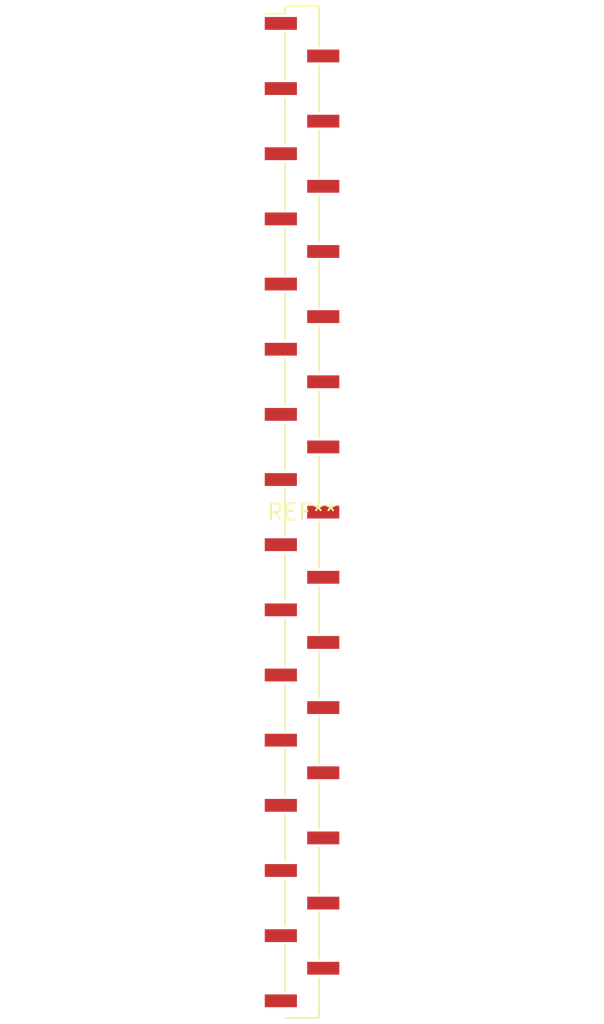
<source format=kicad_pcb>
(kicad_pcb (version 20240108) (generator pcbnew)
  (layers (0 "F.Cu" signal) (31 "B.Cu" signal) (34 "B.Paste" user) (35 "F.Paste" user) (36 "B.SilkS" user "B.Silkscreen") (37 "F.SilkS" user "F.Silkscreen") (38 "B.Mask" user) (39 "F.Mask" user) (44 "Edge.Cuts" user))
  (net 0 "")
  (footprint "PinHeader_1x31_P2.54mm_Vertical_SMD_Pin1Left" (layer "F.Cu") (at 0 0)
    (property "Reference" "REF**")
    (property "Value" "PinHeader_1x31_P2.54mm_Vertical_SMD_Pin1Left")
    (fp_line (start -1.33 -39.43) (end -1.33 -38.86) (layer "F.SilkS") (stroke (width 0.12)))
    (fp_line (start -1.33 -39.43) (end 1.33 -39.43) (layer "F.SilkS") (stroke (width 0.12)))
    (fp_line (start -1.33 -38.86) (end -2.85 -38.86) (layer "F.SilkS") (stroke (width 0.12)))
    (fp_line (start -1.33 -37.34) (end -1.33 -33.78) (layer "F.SilkS") (stroke (width 0.12)))
    (fp_line (start -1.33 -32.26) (end -1.33 -28.7) (layer "F.SilkS") (stroke (width 0.12)))
    (fp_line (start -1.33 -27.18) (end -1.33 -23.62) (layer "F.SilkS") (stroke (width 0.12)))
    (fp_line (start -1.33 -22.1) (end -1.33 -18.54) (layer "F.SilkS") (stroke (width 0.12)))
    (fp_line (start -1.33 -17.02) (end -1.33 -13.46) (layer "F.SilkS") (stroke (width 0.12)))
    (fp_line (start -1.33 -11.94) (end -1.33 -8.38) (layer "F.SilkS") (stroke (width 0.12)))
    (fp_line (start -1.33 -6.86) (end -1.33 -3.3) (layer "F.SilkS") (stroke (width 0.12)))
    (fp_line (start -1.33 -1.78) (end -1.33 1.78) (layer "F.SilkS") (stroke (width 0.12)))
    (fp_line (start -1.33 3.3) (end -1.33 6.86) (layer "F.SilkS") (stroke (width 0.12)))
    (fp_line (start -1.33 8.38) (end -1.33 11.94) (layer "F.SilkS") (stroke (width 0.12)))
    (fp_line (start -1.33 13.46) (end -1.33 17.02) (layer "F.SilkS") (stroke (width 0.12)))
    (fp_line (start -1.33 18.54) (end -1.33 22.1) (layer "F.SilkS") (stroke (width 0.12)))
    (fp_line (start -1.33 23.62) (end -1.33 27.18) (layer "F.SilkS") (stroke (width 0.12)))
    (fp_line (start -1.33 28.7) (end -1.33 32.26) (layer "F.SilkS") (stroke (width 0.12)))
    (fp_line (start -1.33 33.78) (end -1.33 37.34) (layer "F.SilkS") (stroke (width 0.12)))
    (fp_line (start -1.33 39.43) (end 1.33 39.43) (layer "F.SilkS") (stroke (width 0.12)))
    (fp_line (start 1.33 -39.43) (end 1.33 -36.32) (layer "F.SilkS") (stroke (width 0.12)))
    (fp_line (start 1.33 -34.8) (end 1.33 -31.24) (layer "F.SilkS") (stroke (width 0.12)))
    (fp_line (start 1.33 -29.72) (end 1.33 -26.16) (layer "F.SilkS") (stroke (width 0.12)))
    (fp_line (start 1.33 -24.64) (end 1.33 -21.08) (layer "F.SilkS") (stroke (width 0.12)))
    (fp_line (start 1.33 -19.56) (end 1.33 -16) (layer "F.SilkS") (stroke (width 0.12)))
    (fp_line (start 1.33 -14.48) (end 1.33 -10.92) (layer "F.SilkS") (stroke (width 0.12)))
    (fp_line (start 1.33 -9.4) (end 1.33 -5.84) (layer "F.SilkS") (stroke (width 0.12)))
    (fp_line (start 1.33 -4.32) (end 1.33 -0.76) (layer "F.SilkS") (stroke (width 0.12)))
    (fp_line (start 1.33 0.76) (end 1.33 4.32) (layer "F.SilkS") (stroke (width 0.12)))
    (fp_line (start 1.33 5.84) (end 1.33 9.4) (layer "F.SilkS") (stroke (width 0.12)))
    (fp_line (start 1.33 10.92) (end 1.33 14.48) (layer "F.SilkS") (stroke (width 0.12)))
    (fp_line (start 1.33 16) (end 1.33 19.56) (layer "F.SilkS") (stroke (width 0.12)))
    (fp_line (start 1.33 21.08) (end 1.33 24.64) (layer "F.SilkS") (stroke (width 0.12)))
    (fp_line (start 1.33 26.16) (end 1.33 29.72) (layer "F.SilkS") (stroke (width 0.12)))
    (fp_line (start 1.33 31.24) (end 1.33 34.8) (layer "F.SilkS") (stroke (width 0.12)))
    (fp_line (start 1.33 36.32) (end 1.33 39.43) (layer "F.SilkS") (stroke (width 0.12)))
    (fp_line (start 1.33 38.86) (end 1.33 39.43) (layer "F.SilkS") (stroke (width 0.12)))
    (pad "1" smd rect (at -1.655 -38.1) (size 2.51 1) (layers "F.Cu" "F.Paste" "F.Mask"))
    (pad "2" smd rect (at 1.655 -35.56) (size 2.51 1) (layers "F.Cu" "F.Paste" "F.Mask"))
    (pad "3" smd rect (at -1.655 -33.02) (size 2.51 1) (layers "F.Cu" "F.Paste" "F.Mask"))
    (pad "4" smd rect (at 1.655 -30.48) (size 2.51 1) (layers "F.Cu" "F.Paste" "F.Mask"))
    (pad "5" smd rect (at -1.655 -27.94) (size 2.51 1) (layers "F.Cu" "F.Paste" "F.Mask"))
    (pad "6" smd rect (at 1.655 -25.4) (size 2.51 1) (layers "F.Cu" "F.Paste" "F.Mask"))
    (pad "7" smd rect (at -1.655 -22.86) (size 2.51 1) (layers "F.Cu" "F.Paste" "F.Mask"))
    (pad "8" smd rect (at 1.655 -20.32) (size 2.51 1) (layers "F.Cu" "F.Paste" "F.Mask"))
    (pad "9" smd rect (at -1.655 -17.78) (size 2.51 1) (layers "F.Cu" "F.Paste" "F.Mask"))
    (pad "10" smd rect (at 1.655 -15.24) (size 2.51 1) (layers "F.Cu" "F.Paste" "F.Mask"))
    (pad "11" smd rect (at -1.655 -12.7) (size 2.51 1) (layers "F.Cu" "F.Paste" "F.Mask"))
    (pad "12" smd rect (at 1.655 -10.16) (size 2.51 1) (layers "F.Cu" "F.Paste" "F.Mask"))
    (pad "13" smd rect (at -1.655 -7.62) (size 2.51 1) (layers "F.Cu" "F.Paste" "F.Mask"))
    (pad "14" smd rect (at 1.655 -5.08) (size 2.51 1) (layers "F.Cu" "F.Paste" "F.Mask"))
    (pad "15" smd rect (at -1.655 -2.54) (size 2.51 1) (layers "F.Cu" "F.Paste" "F.Mask"))
    (pad "16" smd rect (at 1.655 0) (size 2.51 1) (layers "F.Cu" "F.Paste" "F.Mask"))
    (pad "17" smd rect (at -1.655 2.54) (size 2.51 1) (layers "F.Cu" "F.Paste" "F.Mask"))
    (pad "18" smd rect (at 1.655 5.08) (size 2.51 1) (layers "F.Cu" "F.Paste" "F.Mask"))
    (pad "19" smd rect (at -1.655 7.62) (size 2.51 1) (layers "F.Cu" "F.Paste" "F.Mask"))
    (pad "20" smd rect (at 1.655 10.16) (size 2.51 1) (layers "F.Cu" "F.Paste" "F.Mask"))
    (pad "21" smd rect (at -1.655 12.7) (size 2.51 1) (layers "F.Cu" "F.Paste" "F.Mask"))
    (pad "22" smd rect (at 1.655 15.24) (size 2.51 1) (layers "F.Cu" "F.Paste" "F.Mask"))
    (pad "23" smd rect (at -1.655 17.78) (size 2.51 1) (layers "F.Cu" "F.Paste" "F.Mask"))
    (pad "24" smd rect (at 1.655 20.32) (size 2.51 1) (layers "F.Cu" "F.Paste" "F.Mask"))
    (pad "25" smd rect (at -1.655 22.86) (size 2.51 1) (layers "F.Cu" "F.Paste" "F.Mask"))
    (pad "26" smd rect (at 1.655 25.4) (size 2.51 1) (layers "F.Cu" "F.Paste" "F.Mask"))
    (pad "27" smd rect (at -1.655 27.94) (size 2.51 1) (layers "F.Cu" "F.Paste" "F.Mask"))
    (pad "28" smd rect (at 1.655 30.48) (size 2.51 1) (layers "F.Cu" "F.Paste" "F.Mask"))
    (pad "29" smd rect (at -1.655 33.02) (size 2.51 1) (layers "F.Cu" "F.Paste" "F.Mask"))
    (pad "30" smd rect (at 1.655 35.56) (size 2.51 1) (layers "F.Cu" "F.Paste" "F.Mask"))
    (pad "31" smd rect (at -1.655 38.1) (size 2.51 1) (layers "F.Cu" "F.Paste" "F.Mask"))
  )
)
</source>
